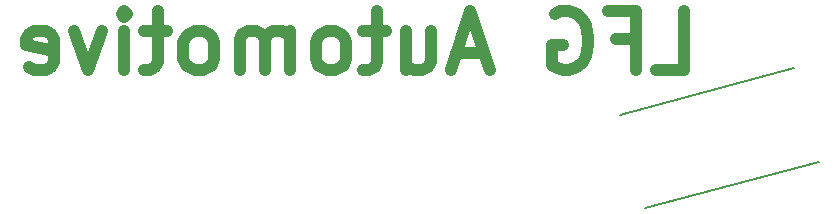
<source format=gbr>
%TF.GenerationSoftware,KiCad,Pcbnew,(6.0.7)*%
%TF.CreationDate,2022-09-20T09:41:07-05:00*%
%TF.ProjectId,BTSTest,42545354-6573-4742-9e6b-696361645f70,rev?*%
%TF.SameCoordinates,Original*%
%TF.FileFunction,Legend,Bot*%
%TF.FilePolarity,Positive*%
%FSLAX46Y46*%
G04 Gerber Fmt 4.6, Leading zero omitted, Abs format (unit mm)*
G04 Created by KiCad (PCBNEW (6.0.7)) date 2022-09-20 09:41:07*
%MOMM*%
%LPD*%
G01*
G04 APERTURE LIST*
%ADD10C,1.000000*%
%ADD11C,0.127000*%
G04 APERTURE END LIST*
D10*
X150004761Y-76261904D02*
X152385714Y-76261904D01*
X152385714Y-71261904D01*
X146671428Y-73642857D02*
X148338095Y-73642857D01*
X148338095Y-76261904D02*
X148338095Y-71261904D01*
X145957142Y-71261904D01*
X141433333Y-71500000D02*
X141909523Y-71261904D01*
X142623809Y-71261904D01*
X143338095Y-71500000D01*
X143814285Y-71976190D01*
X144052380Y-72452380D01*
X144290476Y-73404761D01*
X144290476Y-74119047D01*
X144052380Y-75071428D01*
X143814285Y-75547619D01*
X143338095Y-76023809D01*
X142623809Y-76261904D01*
X142147619Y-76261904D01*
X141433333Y-76023809D01*
X141195238Y-75785714D01*
X141195238Y-74119047D01*
X142147619Y-74119047D01*
X135480952Y-74833333D02*
X133100000Y-74833333D01*
X135957142Y-76261904D02*
X134290476Y-71261904D01*
X132623809Y-76261904D01*
X128814285Y-72928571D02*
X128814285Y-76261904D01*
X130957142Y-72928571D02*
X130957142Y-75547619D01*
X130719047Y-76023809D01*
X130242857Y-76261904D01*
X129528571Y-76261904D01*
X129052380Y-76023809D01*
X128814285Y-75785714D01*
X127147619Y-72928571D02*
X125242857Y-72928571D01*
X126433333Y-71261904D02*
X126433333Y-75547619D01*
X126195238Y-76023809D01*
X125719047Y-76261904D01*
X125242857Y-76261904D01*
X122861904Y-76261904D02*
X123338095Y-76023809D01*
X123576190Y-75785714D01*
X123814285Y-75309523D01*
X123814285Y-73880952D01*
X123576190Y-73404761D01*
X123338095Y-73166666D01*
X122861904Y-72928571D01*
X122147619Y-72928571D01*
X121671428Y-73166666D01*
X121433333Y-73404761D01*
X121195238Y-73880952D01*
X121195238Y-75309523D01*
X121433333Y-75785714D01*
X121671428Y-76023809D01*
X122147619Y-76261904D01*
X122861904Y-76261904D01*
X119052380Y-76261904D02*
X119052380Y-72928571D01*
X119052380Y-73404761D02*
X118814285Y-73166666D01*
X118338095Y-72928571D01*
X117623809Y-72928571D01*
X117147619Y-73166666D01*
X116909523Y-73642857D01*
X116909523Y-76261904D01*
X116909523Y-73642857D02*
X116671428Y-73166666D01*
X116195238Y-72928571D01*
X115480952Y-72928571D01*
X115004761Y-73166666D01*
X114766666Y-73642857D01*
X114766666Y-76261904D01*
X111671428Y-76261904D02*
X112147619Y-76023809D01*
X112385714Y-75785714D01*
X112623809Y-75309523D01*
X112623809Y-73880952D01*
X112385714Y-73404761D01*
X112147619Y-73166666D01*
X111671428Y-72928571D01*
X110957142Y-72928571D01*
X110480952Y-73166666D01*
X110242857Y-73404761D01*
X110004761Y-73880952D01*
X110004761Y-75309523D01*
X110242857Y-75785714D01*
X110480952Y-76023809D01*
X110957142Y-76261904D01*
X111671428Y-76261904D01*
X108576190Y-72928571D02*
X106671428Y-72928571D01*
X107861904Y-71261904D02*
X107861904Y-75547619D01*
X107623809Y-76023809D01*
X107147619Y-76261904D01*
X106671428Y-76261904D01*
X105004761Y-76261904D02*
X105004761Y-72928571D01*
X105004761Y-71261904D02*
X105242857Y-71500000D01*
X105004761Y-71738095D01*
X104766666Y-71500000D01*
X105004761Y-71261904D01*
X105004761Y-71738095D01*
X103100000Y-72928571D02*
X101909523Y-76261904D01*
X100719047Y-72928571D01*
X96909523Y-76023809D02*
X97385714Y-76261904D01*
X98338095Y-76261904D01*
X98814285Y-76023809D01*
X99052380Y-75547619D01*
X99052380Y-73642857D01*
X98814285Y-73166666D01*
X98338095Y-72928571D01*
X97385714Y-72928571D01*
X96909523Y-73166666D01*
X96671428Y-73642857D01*
X96671428Y-74119047D01*
X99052380Y-74595238D01*
D11*
%TO.C,R25*%
X163808312Y-83998782D02*
X149126240Y-87932832D01*
X161693760Y-76107168D02*
X147011688Y-80041218D01*
%TD*%
M02*

</source>
